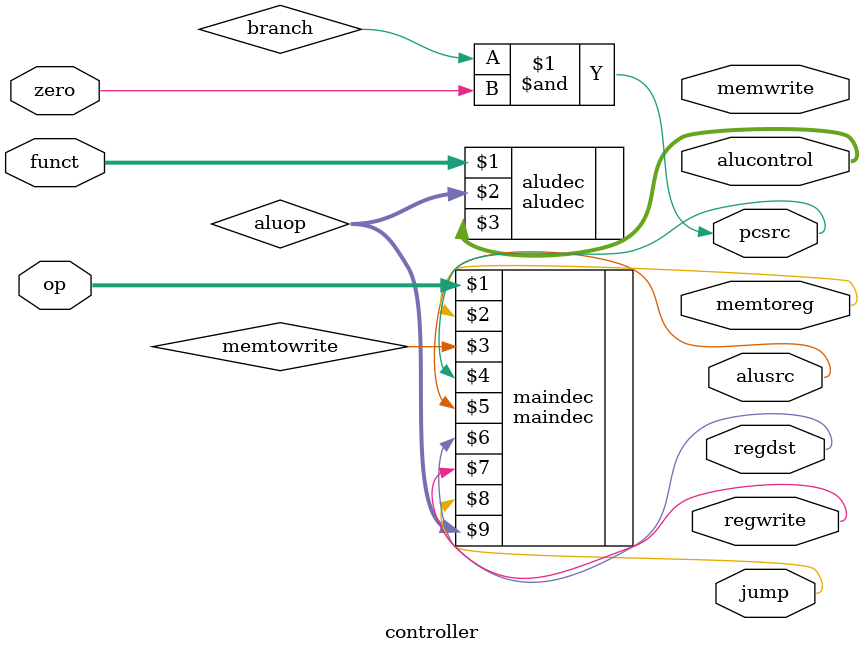
<source format=v>
module controller(op, funct, zero, memtoreg, memwrite, pcsrc, alusrc, regdst, regwrite, jump, alucontrol);
    input [5:0] op, funct;
    input zero;
    output memtoreg;
    output memwrite;
    output pcsrc;
    output alusrc;
    output regdst;
    output regwrite;
    output jump;
    output [2:0] alucontrol;

    wire [1:0] aluop;
    wire branch;

    maindec maindec(op, memtoreg, memtowrite, pcsrc, alusrc, regdst, regwrite, jump, aluop);
    aludec aludec(funct, aluop, alucontrol);

    assign pcsrc = branch & zero;

endmodule

</source>
